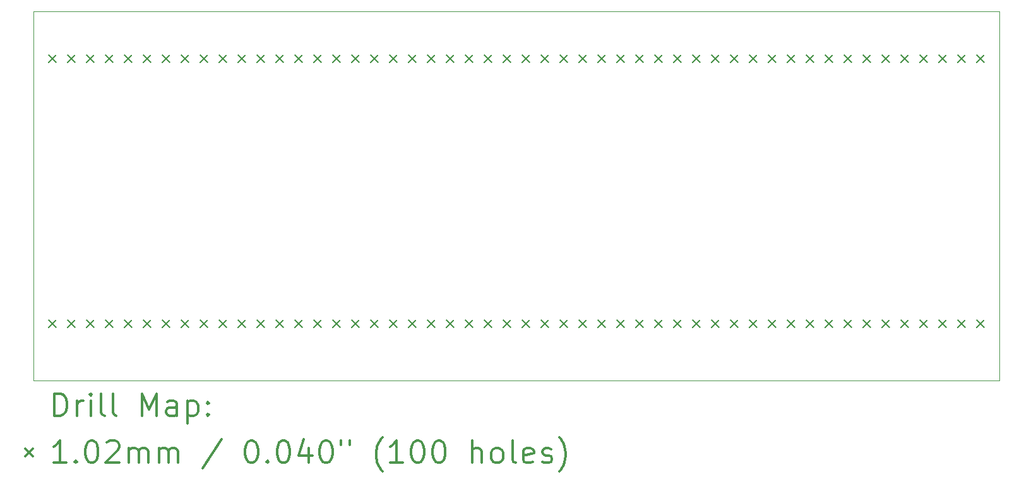
<source format=gbr>
%FSLAX45Y45*%
G04 Gerber Fmt 4.5, Leading zero omitted, Abs format (unit mm)*
G04 Created by KiCad (PCBNEW 5.0.0-rc2-unknown-da66005~65~ubuntu16.04.1) date Mon May 28 11:28:47 2018*
%MOMM*%
%LPD*%
G01*
G04 APERTURE LIST*
%ADD10C,0.100000*%
%ADD11C,0.200000*%
%ADD12C,0.300000*%
G04 APERTURE END LIST*
D10*
X10160000Y-7493000D02*
X10160000Y-12446000D01*
X23114000Y-7493000D02*
X10160000Y-7493000D01*
X23114000Y-12446000D02*
X23114000Y-7493000D01*
X10160000Y-12446000D02*
X23114000Y-12446000D01*
D11*
X16713200Y-11633200D02*
X16814800Y-11734800D01*
X16814800Y-11633200D02*
X16713200Y-11734800D01*
X16967200Y-11633200D02*
X17068800Y-11734800D01*
X17068800Y-11633200D02*
X16967200Y-11734800D01*
X17221200Y-11633200D02*
X17322800Y-11734800D01*
X17322800Y-11633200D02*
X17221200Y-11734800D01*
X17475200Y-11633200D02*
X17576800Y-11734800D01*
X17576800Y-11633200D02*
X17475200Y-11734800D01*
X17729200Y-11633200D02*
X17830800Y-11734800D01*
X17830800Y-11633200D02*
X17729200Y-11734800D01*
X17983200Y-11633200D02*
X18084800Y-11734800D01*
X18084800Y-11633200D02*
X17983200Y-11734800D01*
X18237200Y-11633200D02*
X18338800Y-11734800D01*
X18338800Y-11633200D02*
X18237200Y-11734800D01*
X18491200Y-11633200D02*
X18592800Y-11734800D01*
X18592800Y-11633200D02*
X18491200Y-11734800D01*
X18745200Y-11633200D02*
X18846800Y-11734800D01*
X18846800Y-11633200D02*
X18745200Y-11734800D01*
X18999200Y-11633200D02*
X19100800Y-11734800D01*
X19100800Y-11633200D02*
X18999200Y-11734800D01*
X19253200Y-11633200D02*
X19354800Y-11734800D01*
X19354800Y-11633200D02*
X19253200Y-11734800D01*
X19507200Y-11633200D02*
X19608800Y-11734800D01*
X19608800Y-11633200D02*
X19507200Y-11734800D01*
X19761200Y-11633200D02*
X19862800Y-11734800D01*
X19862800Y-11633200D02*
X19761200Y-11734800D01*
X20015200Y-11633200D02*
X20116800Y-11734800D01*
X20116800Y-11633200D02*
X20015200Y-11734800D01*
X20269200Y-11633200D02*
X20370800Y-11734800D01*
X20370800Y-11633200D02*
X20269200Y-11734800D01*
X20523200Y-11633200D02*
X20624800Y-11734800D01*
X20624800Y-11633200D02*
X20523200Y-11734800D01*
X20777200Y-11633200D02*
X20878800Y-11734800D01*
X20878800Y-11633200D02*
X20777200Y-11734800D01*
X21031200Y-11633200D02*
X21132800Y-11734800D01*
X21132800Y-11633200D02*
X21031200Y-11734800D01*
X21285200Y-11633200D02*
X21386800Y-11734800D01*
X21386800Y-11633200D02*
X21285200Y-11734800D01*
X21539200Y-11633200D02*
X21640800Y-11734800D01*
X21640800Y-11633200D02*
X21539200Y-11734800D01*
X21793200Y-11633200D02*
X21894800Y-11734800D01*
X21894800Y-11633200D02*
X21793200Y-11734800D01*
X22047200Y-11633200D02*
X22148800Y-11734800D01*
X22148800Y-11633200D02*
X22047200Y-11734800D01*
X22301200Y-11633200D02*
X22402800Y-11734800D01*
X22402800Y-11633200D02*
X22301200Y-11734800D01*
X22555200Y-11633200D02*
X22656800Y-11734800D01*
X22656800Y-11633200D02*
X22555200Y-11734800D01*
X22809200Y-11633200D02*
X22910800Y-11734800D01*
X22910800Y-11633200D02*
X22809200Y-11734800D01*
X10363200Y-11633200D02*
X10464800Y-11734800D01*
X10464800Y-11633200D02*
X10363200Y-11734800D01*
X10617200Y-11633200D02*
X10718800Y-11734800D01*
X10718800Y-11633200D02*
X10617200Y-11734800D01*
X10871200Y-11633200D02*
X10972800Y-11734800D01*
X10972800Y-11633200D02*
X10871200Y-11734800D01*
X11125200Y-11633200D02*
X11226800Y-11734800D01*
X11226800Y-11633200D02*
X11125200Y-11734800D01*
X11379200Y-11633200D02*
X11480800Y-11734800D01*
X11480800Y-11633200D02*
X11379200Y-11734800D01*
X11633200Y-11633200D02*
X11734800Y-11734800D01*
X11734800Y-11633200D02*
X11633200Y-11734800D01*
X11887200Y-11633200D02*
X11988800Y-11734800D01*
X11988800Y-11633200D02*
X11887200Y-11734800D01*
X12141200Y-11633200D02*
X12242800Y-11734800D01*
X12242800Y-11633200D02*
X12141200Y-11734800D01*
X12395200Y-11633200D02*
X12496800Y-11734800D01*
X12496800Y-11633200D02*
X12395200Y-11734800D01*
X12649200Y-11633200D02*
X12750800Y-11734800D01*
X12750800Y-11633200D02*
X12649200Y-11734800D01*
X12903200Y-11633200D02*
X13004800Y-11734800D01*
X13004800Y-11633200D02*
X12903200Y-11734800D01*
X13157200Y-11633200D02*
X13258800Y-11734800D01*
X13258800Y-11633200D02*
X13157200Y-11734800D01*
X13411200Y-11633200D02*
X13512800Y-11734800D01*
X13512800Y-11633200D02*
X13411200Y-11734800D01*
X13665200Y-11633200D02*
X13766800Y-11734800D01*
X13766800Y-11633200D02*
X13665200Y-11734800D01*
X13919200Y-11633200D02*
X14020800Y-11734800D01*
X14020800Y-11633200D02*
X13919200Y-11734800D01*
X14173200Y-11633200D02*
X14274800Y-11734800D01*
X14274800Y-11633200D02*
X14173200Y-11734800D01*
X14427200Y-11633200D02*
X14528800Y-11734800D01*
X14528800Y-11633200D02*
X14427200Y-11734800D01*
X14681200Y-11633200D02*
X14782800Y-11734800D01*
X14782800Y-11633200D02*
X14681200Y-11734800D01*
X14935200Y-11633200D02*
X15036800Y-11734800D01*
X15036800Y-11633200D02*
X14935200Y-11734800D01*
X15189200Y-11633200D02*
X15290800Y-11734800D01*
X15290800Y-11633200D02*
X15189200Y-11734800D01*
X15443200Y-11633200D02*
X15544800Y-11734800D01*
X15544800Y-11633200D02*
X15443200Y-11734800D01*
X15697200Y-11633200D02*
X15798800Y-11734800D01*
X15798800Y-11633200D02*
X15697200Y-11734800D01*
X15951200Y-11633200D02*
X16052800Y-11734800D01*
X16052800Y-11633200D02*
X15951200Y-11734800D01*
X16205200Y-11633200D02*
X16306800Y-11734800D01*
X16306800Y-11633200D02*
X16205200Y-11734800D01*
X16459200Y-11633200D02*
X16560800Y-11734800D01*
X16560800Y-11633200D02*
X16459200Y-11734800D01*
X10363200Y-8077200D02*
X10464800Y-8178800D01*
X10464800Y-8077200D02*
X10363200Y-8178800D01*
X10617200Y-8077200D02*
X10718800Y-8178800D01*
X10718800Y-8077200D02*
X10617200Y-8178800D01*
X10871200Y-8077200D02*
X10972800Y-8178800D01*
X10972800Y-8077200D02*
X10871200Y-8178800D01*
X11125200Y-8077200D02*
X11226800Y-8178800D01*
X11226800Y-8077200D02*
X11125200Y-8178800D01*
X11379200Y-8077200D02*
X11480800Y-8178800D01*
X11480800Y-8077200D02*
X11379200Y-8178800D01*
X11633200Y-8077200D02*
X11734800Y-8178800D01*
X11734800Y-8077200D02*
X11633200Y-8178800D01*
X11887200Y-8077200D02*
X11988800Y-8178800D01*
X11988800Y-8077200D02*
X11887200Y-8178800D01*
X12141200Y-8077200D02*
X12242800Y-8178800D01*
X12242800Y-8077200D02*
X12141200Y-8178800D01*
X12395200Y-8077200D02*
X12496800Y-8178800D01*
X12496800Y-8077200D02*
X12395200Y-8178800D01*
X12649200Y-8077200D02*
X12750800Y-8178800D01*
X12750800Y-8077200D02*
X12649200Y-8178800D01*
X12903200Y-8077200D02*
X13004800Y-8178800D01*
X13004800Y-8077200D02*
X12903200Y-8178800D01*
X13157200Y-8077200D02*
X13258800Y-8178800D01*
X13258800Y-8077200D02*
X13157200Y-8178800D01*
X13411200Y-8077200D02*
X13512800Y-8178800D01*
X13512800Y-8077200D02*
X13411200Y-8178800D01*
X13665200Y-8077200D02*
X13766800Y-8178800D01*
X13766800Y-8077200D02*
X13665200Y-8178800D01*
X13919200Y-8077200D02*
X14020800Y-8178800D01*
X14020800Y-8077200D02*
X13919200Y-8178800D01*
X14173200Y-8077200D02*
X14274800Y-8178800D01*
X14274800Y-8077200D02*
X14173200Y-8178800D01*
X14427200Y-8077200D02*
X14528800Y-8178800D01*
X14528800Y-8077200D02*
X14427200Y-8178800D01*
X14681200Y-8077200D02*
X14782800Y-8178800D01*
X14782800Y-8077200D02*
X14681200Y-8178800D01*
X14935200Y-8077200D02*
X15036800Y-8178800D01*
X15036800Y-8077200D02*
X14935200Y-8178800D01*
X15189200Y-8077200D02*
X15290800Y-8178800D01*
X15290800Y-8077200D02*
X15189200Y-8178800D01*
X15443200Y-8077200D02*
X15544800Y-8178800D01*
X15544800Y-8077200D02*
X15443200Y-8178800D01*
X15697200Y-8077200D02*
X15798800Y-8178800D01*
X15798800Y-8077200D02*
X15697200Y-8178800D01*
X15951200Y-8077200D02*
X16052800Y-8178800D01*
X16052800Y-8077200D02*
X15951200Y-8178800D01*
X16205200Y-8077200D02*
X16306800Y-8178800D01*
X16306800Y-8077200D02*
X16205200Y-8178800D01*
X16459200Y-8077200D02*
X16560800Y-8178800D01*
X16560800Y-8077200D02*
X16459200Y-8178800D01*
X16713200Y-8077200D02*
X16814800Y-8178800D01*
X16814800Y-8077200D02*
X16713200Y-8178800D01*
X16967200Y-8077200D02*
X17068800Y-8178800D01*
X17068800Y-8077200D02*
X16967200Y-8178800D01*
X17221200Y-8077200D02*
X17322800Y-8178800D01*
X17322800Y-8077200D02*
X17221200Y-8178800D01*
X17475200Y-8077200D02*
X17576800Y-8178800D01*
X17576800Y-8077200D02*
X17475200Y-8178800D01*
X17729200Y-8077200D02*
X17830800Y-8178800D01*
X17830800Y-8077200D02*
X17729200Y-8178800D01*
X17983200Y-8077200D02*
X18084800Y-8178800D01*
X18084800Y-8077200D02*
X17983200Y-8178800D01*
X18237200Y-8077200D02*
X18338800Y-8178800D01*
X18338800Y-8077200D02*
X18237200Y-8178800D01*
X18491200Y-8077200D02*
X18592800Y-8178800D01*
X18592800Y-8077200D02*
X18491200Y-8178800D01*
X18745200Y-8077200D02*
X18846800Y-8178800D01*
X18846800Y-8077200D02*
X18745200Y-8178800D01*
X18999200Y-8077200D02*
X19100800Y-8178800D01*
X19100800Y-8077200D02*
X18999200Y-8178800D01*
X19253200Y-8077200D02*
X19354800Y-8178800D01*
X19354800Y-8077200D02*
X19253200Y-8178800D01*
X19507200Y-8077200D02*
X19608800Y-8178800D01*
X19608800Y-8077200D02*
X19507200Y-8178800D01*
X19761200Y-8077200D02*
X19862800Y-8178800D01*
X19862800Y-8077200D02*
X19761200Y-8178800D01*
X20015200Y-8077200D02*
X20116800Y-8178800D01*
X20116800Y-8077200D02*
X20015200Y-8178800D01*
X20269200Y-8077200D02*
X20370800Y-8178800D01*
X20370800Y-8077200D02*
X20269200Y-8178800D01*
X20523200Y-8077200D02*
X20624800Y-8178800D01*
X20624800Y-8077200D02*
X20523200Y-8178800D01*
X20777200Y-8077200D02*
X20878800Y-8178800D01*
X20878800Y-8077200D02*
X20777200Y-8178800D01*
X21031200Y-8077200D02*
X21132800Y-8178800D01*
X21132800Y-8077200D02*
X21031200Y-8178800D01*
X21285200Y-8077200D02*
X21386800Y-8178800D01*
X21386800Y-8077200D02*
X21285200Y-8178800D01*
X21539200Y-8077200D02*
X21640800Y-8178800D01*
X21640800Y-8077200D02*
X21539200Y-8178800D01*
X21793200Y-8077200D02*
X21894800Y-8178800D01*
X21894800Y-8077200D02*
X21793200Y-8178800D01*
X22047200Y-8077200D02*
X22148800Y-8178800D01*
X22148800Y-8077200D02*
X22047200Y-8178800D01*
X22301200Y-8077200D02*
X22402800Y-8178800D01*
X22402800Y-8077200D02*
X22301200Y-8178800D01*
X22555200Y-8077200D02*
X22656800Y-8178800D01*
X22656800Y-8077200D02*
X22555200Y-8178800D01*
X22809200Y-8077200D02*
X22910800Y-8178800D01*
X22910800Y-8077200D02*
X22809200Y-8178800D01*
D12*
X10441428Y-12916714D02*
X10441428Y-12616714D01*
X10512857Y-12616714D01*
X10555714Y-12631000D01*
X10584286Y-12659571D01*
X10598571Y-12688143D01*
X10612857Y-12745286D01*
X10612857Y-12788143D01*
X10598571Y-12845286D01*
X10584286Y-12873857D01*
X10555714Y-12902429D01*
X10512857Y-12916714D01*
X10441428Y-12916714D01*
X10741428Y-12916714D02*
X10741428Y-12716714D01*
X10741428Y-12773857D02*
X10755714Y-12745286D01*
X10770000Y-12731000D01*
X10798571Y-12716714D01*
X10827143Y-12716714D01*
X10927143Y-12916714D02*
X10927143Y-12716714D01*
X10927143Y-12616714D02*
X10912857Y-12631000D01*
X10927143Y-12645286D01*
X10941428Y-12631000D01*
X10927143Y-12616714D01*
X10927143Y-12645286D01*
X11112857Y-12916714D02*
X11084286Y-12902429D01*
X11070000Y-12873857D01*
X11070000Y-12616714D01*
X11270000Y-12916714D02*
X11241428Y-12902429D01*
X11227143Y-12873857D01*
X11227143Y-12616714D01*
X11612857Y-12916714D02*
X11612857Y-12616714D01*
X11712857Y-12831000D01*
X11812857Y-12616714D01*
X11812857Y-12916714D01*
X12084286Y-12916714D02*
X12084286Y-12759571D01*
X12070000Y-12731000D01*
X12041428Y-12716714D01*
X11984286Y-12716714D01*
X11955714Y-12731000D01*
X12084286Y-12902429D02*
X12055714Y-12916714D01*
X11984286Y-12916714D01*
X11955714Y-12902429D01*
X11941428Y-12873857D01*
X11941428Y-12845286D01*
X11955714Y-12816714D01*
X11984286Y-12802429D01*
X12055714Y-12802429D01*
X12084286Y-12788143D01*
X12227143Y-12716714D02*
X12227143Y-13016714D01*
X12227143Y-12731000D02*
X12255714Y-12716714D01*
X12312857Y-12716714D01*
X12341428Y-12731000D01*
X12355714Y-12745286D01*
X12370000Y-12773857D01*
X12370000Y-12859571D01*
X12355714Y-12888143D01*
X12341428Y-12902429D01*
X12312857Y-12916714D01*
X12255714Y-12916714D01*
X12227143Y-12902429D01*
X12498571Y-12888143D02*
X12512857Y-12902429D01*
X12498571Y-12916714D01*
X12484286Y-12902429D01*
X12498571Y-12888143D01*
X12498571Y-12916714D01*
X12498571Y-12731000D02*
X12512857Y-12745286D01*
X12498571Y-12759571D01*
X12484286Y-12745286D01*
X12498571Y-12731000D01*
X12498571Y-12759571D01*
X10053400Y-13360200D02*
X10155000Y-13461800D01*
X10155000Y-13360200D02*
X10053400Y-13461800D01*
X10598571Y-13546714D02*
X10427143Y-13546714D01*
X10512857Y-13546714D02*
X10512857Y-13246714D01*
X10484286Y-13289571D01*
X10455714Y-13318143D01*
X10427143Y-13332429D01*
X10727143Y-13518143D02*
X10741428Y-13532429D01*
X10727143Y-13546714D01*
X10712857Y-13532429D01*
X10727143Y-13518143D01*
X10727143Y-13546714D01*
X10927143Y-13246714D02*
X10955714Y-13246714D01*
X10984286Y-13261000D01*
X10998571Y-13275286D01*
X11012857Y-13303857D01*
X11027143Y-13361000D01*
X11027143Y-13432429D01*
X11012857Y-13489571D01*
X10998571Y-13518143D01*
X10984286Y-13532429D01*
X10955714Y-13546714D01*
X10927143Y-13546714D01*
X10898571Y-13532429D01*
X10884286Y-13518143D01*
X10870000Y-13489571D01*
X10855714Y-13432429D01*
X10855714Y-13361000D01*
X10870000Y-13303857D01*
X10884286Y-13275286D01*
X10898571Y-13261000D01*
X10927143Y-13246714D01*
X11141428Y-13275286D02*
X11155714Y-13261000D01*
X11184286Y-13246714D01*
X11255714Y-13246714D01*
X11284286Y-13261000D01*
X11298571Y-13275286D01*
X11312857Y-13303857D01*
X11312857Y-13332429D01*
X11298571Y-13375286D01*
X11127143Y-13546714D01*
X11312857Y-13546714D01*
X11441428Y-13546714D02*
X11441428Y-13346714D01*
X11441428Y-13375286D02*
X11455714Y-13361000D01*
X11484286Y-13346714D01*
X11527143Y-13346714D01*
X11555714Y-13361000D01*
X11570000Y-13389571D01*
X11570000Y-13546714D01*
X11570000Y-13389571D02*
X11584286Y-13361000D01*
X11612857Y-13346714D01*
X11655714Y-13346714D01*
X11684286Y-13361000D01*
X11698571Y-13389571D01*
X11698571Y-13546714D01*
X11841428Y-13546714D02*
X11841428Y-13346714D01*
X11841428Y-13375286D02*
X11855714Y-13361000D01*
X11884286Y-13346714D01*
X11927143Y-13346714D01*
X11955714Y-13361000D01*
X11970000Y-13389571D01*
X11970000Y-13546714D01*
X11970000Y-13389571D02*
X11984286Y-13361000D01*
X12012857Y-13346714D01*
X12055714Y-13346714D01*
X12084286Y-13361000D01*
X12098571Y-13389571D01*
X12098571Y-13546714D01*
X12684286Y-13232429D02*
X12427143Y-13618143D01*
X13070000Y-13246714D02*
X13098571Y-13246714D01*
X13127143Y-13261000D01*
X13141428Y-13275286D01*
X13155714Y-13303857D01*
X13170000Y-13361000D01*
X13170000Y-13432429D01*
X13155714Y-13489571D01*
X13141428Y-13518143D01*
X13127143Y-13532429D01*
X13098571Y-13546714D01*
X13070000Y-13546714D01*
X13041428Y-13532429D01*
X13027143Y-13518143D01*
X13012857Y-13489571D01*
X12998571Y-13432429D01*
X12998571Y-13361000D01*
X13012857Y-13303857D01*
X13027143Y-13275286D01*
X13041428Y-13261000D01*
X13070000Y-13246714D01*
X13298571Y-13518143D02*
X13312857Y-13532429D01*
X13298571Y-13546714D01*
X13284286Y-13532429D01*
X13298571Y-13518143D01*
X13298571Y-13546714D01*
X13498571Y-13246714D02*
X13527143Y-13246714D01*
X13555714Y-13261000D01*
X13570000Y-13275286D01*
X13584286Y-13303857D01*
X13598571Y-13361000D01*
X13598571Y-13432429D01*
X13584286Y-13489571D01*
X13570000Y-13518143D01*
X13555714Y-13532429D01*
X13527143Y-13546714D01*
X13498571Y-13546714D01*
X13470000Y-13532429D01*
X13455714Y-13518143D01*
X13441428Y-13489571D01*
X13427143Y-13432429D01*
X13427143Y-13361000D01*
X13441428Y-13303857D01*
X13455714Y-13275286D01*
X13470000Y-13261000D01*
X13498571Y-13246714D01*
X13855714Y-13346714D02*
X13855714Y-13546714D01*
X13784286Y-13232429D02*
X13712857Y-13446714D01*
X13898571Y-13446714D01*
X14070000Y-13246714D02*
X14098571Y-13246714D01*
X14127143Y-13261000D01*
X14141428Y-13275286D01*
X14155714Y-13303857D01*
X14170000Y-13361000D01*
X14170000Y-13432429D01*
X14155714Y-13489571D01*
X14141428Y-13518143D01*
X14127143Y-13532429D01*
X14098571Y-13546714D01*
X14070000Y-13546714D01*
X14041428Y-13532429D01*
X14027143Y-13518143D01*
X14012857Y-13489571D01*
X13998571Y-13432429D01*
X13998571Y-13361000D01*
X14012857Y-13303857D01*
X14027143Y-13275286D01*
X14041428Y-13261000D01*
X14070000Y-13246714D01*
X14284286Y-13246714D02*
X14284286Y-13303857D01*
X14398571Y-13246714D02*
X14398571Y-13303857D01*
X14841428Y-13661000D02*
X14827143Y-13646714D01*
X14798571Y-13603857D01*
X14784286Y-13575286D01*
X14770000Y-13532429D01*
X14755714Y-13461000D01*
X14755714Y-13403857D01*
X14770000Y-13332429D01*
X14784286Y-13289571D01*
X14798571Y-13261000D01*
X14827143Y-13218143D01*
X14841428Y-13203857D01*
X15112857Y-13546714D02*
X14941428Y-13546714D01*
X15027143Y-13546714D02*
X15027143Y-13246714D01*
X14998571Y-13289571D01*
X14970000Y-13318143D01*
X14941428Y-13332429D01*
X15298571Y-13246714D02*
X15327143Y-13246714D01*
X15355714Y-13261000D01*
X15370000Y-13275286D01*
X15384286Y-13303857D01*
X15398571Y-13361000D01*
X15398571Y-13432429D01*
X15384286Y-13489571D01*
X15370000Y-13518143D01*
X15355714Y-13532429D01*
X15327143Y-13546714D01*
X15298571Y-13546714D01*
X15270000Y-13532429D01*
X15255714Y-13518143D01*
X15241428Y-13489571D01*
X15227143Y-13432429D01*
X15227143Y-13361000D01*
X15241428Y-13303857D01*
X15255714Y-13275286D01*
X15270000Y-13261000D01*
X15298571Y-13246714D01*
X15584286Y-13246714D02*
X15612857Y-13246714D01*
X15641428Y-13261000D01*
X15655714Y-13275286D01*
X15670000Y-13303857D01*
X15684286Y-13361000D01*
X15684286Y-13432429D01*
X15670000Y-13489571D01*
X15655714Y-13518143D01*
X15641428Y-13532429D01*
X15612857Y-13546714D01*
X15584286Y-13546714D01*
X15555714Y-13532429D01*
X15541428Y-13518143D01*
X15527143Y-13489571D01*
X15512857Y-13432429D01*
X15512857Y-13361000D01*
X15527143Y-13303857D01*
X15541428Y-13275286D01*
X15555714Y-13261000D01*
X15584286Y-13246714D01*
X16041428Y-13546714D02*
X16041428Y-13246714D01*
X16170000Y-13546714D02*
X16170000Y-13389571D01*
X16155714Y-13361000D01*
X16127143Y-13346714D01*
X16084286Y-13346714D01*
X16055714Y-13361000D01*
X16041428Y-13375286D01*
X16355714Y-13546714D02*
X16327143Y-13532429D01*
X16312857Y-13518143D01*
X16298571Y-13489571D01*
X16298571Y-13403857D01*
X16312857Y-13375286D01*
X16327143Y-13361000D01*
X16355714Y-13346714D01*
X16398571Y-13346714D01*
X16427143Y-13361000D01*
X16441428Y-13375286D01*
X16455714Y-13403857D01*
X16455714Y-13489571D01*
X16441428Y-13518143D01*
X16427143Y-13532429D01*
X16398571Y-13546714D01*
X16355714Y-13546714D01*
X16627143Y-13546714D02*
X16598571Y-13532429D01*
X16584286Y-13503857D01*
X16584286Y-13246714D01*
X16855714Y-13532429D02*
X16827143Y-13546714D01*
X16770000Y-13546714D01*
X16741428Y-13532429D01*
X16727143Y-13503857D01*
X16727143Y-13389571D01*
X16741428Y-13361000D01*
X16770000Y-13346714D01*
X16827143Y-13346714D01*
X16855714Y-13361000D01*
X16870000Y-13389571D01*
X16870000Y-13418143D01*
X16727143Y-13446714D01*
X16984286Y-13532429D02*
X17012857Y-13546714D01*
X17070000Y-13546714D01*
X17098571Y-13532429D01*
X17112857Y-13503857D01*
X17112857Y-13489571D01*
X17098571Y-13461000D01*
X17070000Y-13446714D01*
X17027143Y-13446714D01*
X16998571Y-13432429D01*
X16984286Y-13403857D01*
X16984286Y-13389571D01*
X16998571Y-13361000D01*
X17027143Y-13346714D01*
X17070000Y-13346714D01*
X17098571Y-13361000D01*
X17212857Y-13661000D02*
X17227143Y-13646714D01*
X17255714Y-13603857D01*
X17270000Y-13575286D01*
X17284286Y-13532429D01*
X17298571Y-13461000D01*
X17298571Y-13403857D01*
X17284286Y-13332429D01*
X17270000Y-13289571D01*
X17255714Y-13261000D01*
X17227143Y-13218143D01*
X17212857Y-13203857D01*
M02*

</source>
